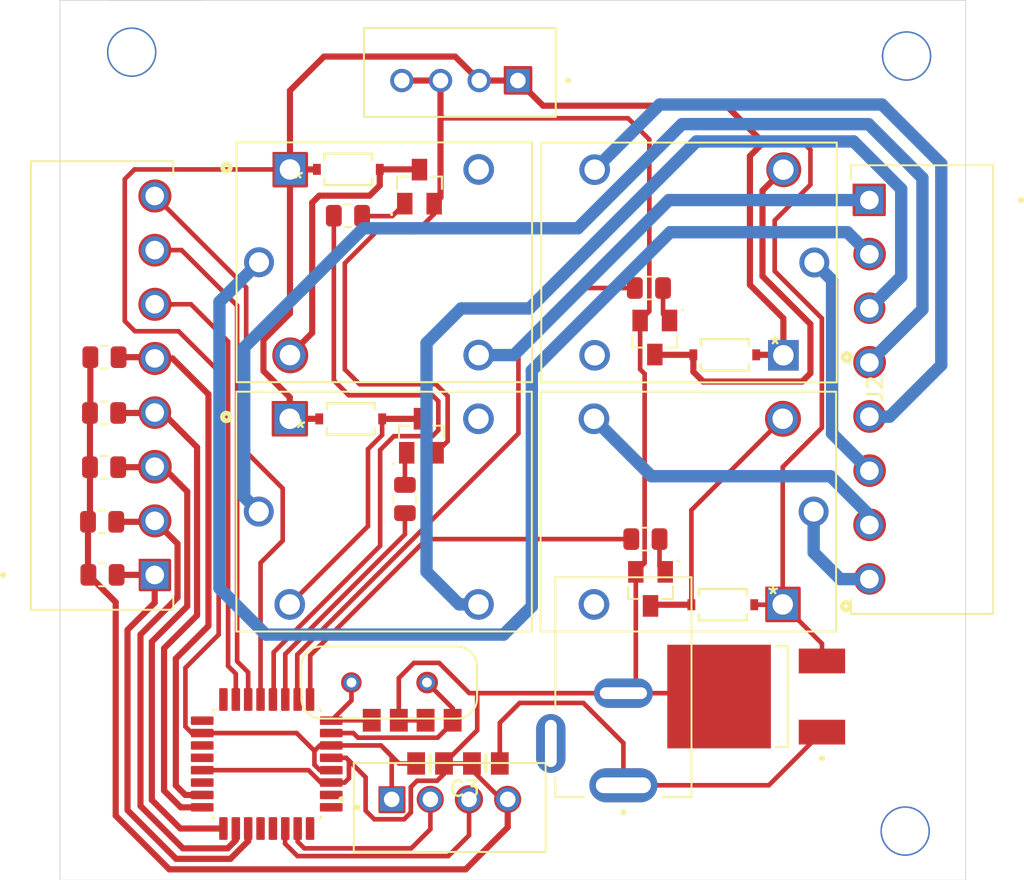
<source format=kicad_pcb>
(kicad_pcb (version 20241229) (generator "pcbnew") (generator_version "9.0")
  (layers (0 "F.Cu" signal) (2 "B.Cu" signal) (13 "F.Paste" user) (15 "B.Paste" user) (5 "F.SilkS" user "F.Silkscreen") (7 "B.SilkS" user "B.Silkscreen") (1 "F.Mask" user) (3 "B.Mask" user) (25 "Edge.Cuts" user))
  (net 0 "")
  (net 1 "GND")
  (net 2 "pb6")
  (net 3 "pb7")
  (net 4 "Net-(U2-IN)")
  (net 5 "5V")
  (net 7 "Net-(Q2-B)")
  (net 8 "Net-(D1-A)")
  (net 9 "Net-(Q3-B)")
  (net 10 "Net-(D2-A)")
  (net 11 "Net-(D3-A)")
  (net 12 "Net-(Q4-B)")
  (net 13 "Net-(D4-A)")
  (net 14 "Net-(Q5-B)")
  (net 15 "OUT1")
  (net 16 "ADC0")
  (net 17 "ADC1")
  (net 18 "ADC2")
  (net 19 "ADC3")
  (net 20 "ADC4")
  (net 21 "OUT2")
  (net 22 "OUT3")
  (net 23 "OUT4")
  (net 25 "COM1")
  (net 26 "RNO1")
  (net 27 "COM2")
  (net 30 "RNO2")
  (net 31 "RNO3")
  (net 34 "COM3")
  (net 41 "RNO4")
  (net 42 "COM4")
  (net 44 "IN3")
  (net 46 "USART_TX")
  (net 48 "IN1")
  (net 49 "USART_RX")
  (net 50 "IN2")
  (footprint "SRD-05VDC-SL-C:RELAY_SRD-05VDC-SL-C" (layer "F.Cu") (at 78.8162 77.7494)
    (property "Reference" "RELAY2" (hide yes))
    (property "Value" "SRD-05VDC-SL-C")
  )
  (footprint "Resistor_SMD:R_0805_2012Metric" (layer "F.Cu") (at 60.6142 81.8388 180)
    (property "Reference" "R2" (hide yes))
    (property "Value" "1K")
  )
  (footprint "terminal_block_90deg:TE_284512-8" (layer "F.Cu") (at 110.1852 69.863 -90)
    (property "Reference" "J2")
    (property "Value" "284512-8")
  )
  (footprint "JST_CONNECTOR:JST_B4B-XH-A_LF__SN_" (layer "F.Cu") (at 83.058 96.8756 180)
    (property "Reference" "USART2" (hide yes))
    (property "Value" "Conn_01x04_Socket")
  )
  (footprint "TAJR106K006RNJ:CAPC2012X140N" (layer "F.Cu") (at 81.788 94.0308)
    (property "Reference" "C4" (hide yes))
    (property "Value" "10uf")
  )
  (footprint "Resistor_SMD:R_0805_2012Metric" (layer "F.Cu") (at 95.9358 63.2968)
    (property "Reference" "R8" (hide yes))
    (property "Value" "10K")
  )
  (footprint "Resistor_SMD:R_0805_2012Metric" (layer "F.Cu") (at 60.7412 67.7672 180)
    (property "Reference" "R6" (hide yes))
    (property "Value" "1K")
  )
  (footprint "Resistor_SMD:R_0805_2012Metric" (layer "F.Cu") (at 60.5888 78.4098 180)
    (property "Reference" "R3" (hide yes))
    (property "Value" "1K")
  )
  (footprint "ATMEGA328P-AU:QFP80P900X900X120-32N" (layer "F.Cu") (at 71.2298 94.0652 180)
    (property "Reference" "U1" (hide yes))
    (property "Value" "ATMEGA328P-AU")
  )
  (footprint "S9013:SOT95P240X120-3N" (layer "F.Cu") (at 96.3168 66.4972 180)
    (property "Reference" "Q4" (hide yes))
    (property "Value" "S9013")
  )
  (footprint "EJ508A:MPD_EJ508A" (layer "F.Cu") (at 94.2848 92.7354 180)
    (property "Reference" "J1" (hide yes))
    (property "Value" "EJ508A")
  )
  (footprint "SRD-05VDC-SL-C:RELAY_SRD-05VDC-SL-C" (layer "F.Cu") (at 98.4835 77.7494 180)
    (property "Reference" "RELAY4" (hide yes))
    (property "Value" "SRD-05VDC-SL-C")
  )
  (footprint "1N4148W-TP:SOD123" (layer "F.Cu") (at 100.838 67.6148 180)
    (property "Reference" "D3" (hide yes))
    (property "Value" "1N4001/1N4148" (hide yes))
  )
  (footprint "L78M05CDT:VREG_L78M05CDT" (layer "F.Cu") (at 102.87 89.7047 180)
    (property "Reference" "U2" (hide yes))
    (property "Value" "L78M05CDT")
  )
  (footprint "1N4148W-TP:SOD123" (layer "F.Cu") (at 76.5048 55.626)
    (property "Reference" "D1" (hide yes))
    (property "Value" "1N4001/1N4148" (hide yes))
  )
  (footprint "S9013:SOT95P240X120-3N" (layer "F.Cu") (at 81.1022 56.7436)
    (property "Reference" "Q2" (hide yes))
    (property "Value" "S9013")
  )
  (footprint "Resistor_SMD:R_0805_2012Metric" (layer "F.Cu") (at 80.1624 76.9366 90)
    (property "Reference" "R7" (hide yes))
    (property "Value" "10K")
  )
  (footprint "S9013:SOT95P240X120-3N" (layer "F.Cu") (at 96.0374 82.7454 180)
    (property "Reference" "Q5" (hide yes))
    (property "Value" "S9013")
  )
  (footprint "1N4148W-TP:SOD123" (layer "F.Cu") (at 76.6572 71.755)
    (property "Reference" "D2" (hide yes))
    (property "Value" "1N4001/1N4148" (hide yes))
  )
  (footprint "JST_CONNECTOR:JST_B4B-XH-A_LF__SN_" (layer "F.Cu") (at 83.713 49.3606)
    (property "Reference" "SUPPLY1" (hide yes))
    (property "Value" "Conn_01x04_Socket")
  )
  (footprint "Resistor_SMD:R_0805_2012Metric" (layer "F.Cu") (at 60.7158 71.374 180)
    (property "Reference" "R5" (hide yes))
    (property "Value" "1K")
  )
  (footprint "1N4148W-TP:SOD123" (layer "F.Cu") (at 100.711 83.7692 180)
    (property "Reference" "D4" (hide yes))
    (property "Value" "1N4001/1N4148" (hide yes))
  )
  (footprint "SRD-05VDC-SL-C:RELAY_SRD-05VDC-SL-C" (layer "F.Cu") (at 78.8314 61.632)
    (property "Reference" "RELAY1" (hide yes))
    (property "Value" "SRD-05VDC-SL-C")
  )
  (footprint "AC0805KPX7R9BB103:CAPC2012X95N" (layer "F.Cu") (at 78.8924 91.2368 180)
    (property "Reference" "C2" (hide yes))
    (property "Value" "22pf")
  )
  (footprint "Resistor_SMD:R_0805_2012Metric" (layer "F.Cu") (at 60.7158 74.8792 180)
    (property "Reference" "R4" (hide yes))
    (property "Value" "1K")
  )
  (footprint "TAJR106K006RNJ:CAPC2012X140N" (layer "F.Cu") (at 85.3948 94.0308 180)
    (property "Reference" "C3")
    (property "Value" "100uf")
  )
  (footprint "SRD-05VDC-SL-C:RELAY_SRD-05VDC-SL-C" (layer "F.Cu") (at 98.5266 61.6458 180)
    (property "Reference" "RELAY3" (hide yes))
    (property "Value" "SRD-05VDC-SL-C")
  )
  (footprint "Resistor_SMD:R_0805_2012Metric" (layer "F.Cu") (at 95.7072 79.5274)
    (property "Reference" "R9" (hide yes))
    (property "Value" "10K")
  )
  (footprint "Resistor_SMD:R_0805_2012Metric" (layer "F.Cu") (at 76.4794 58.6232)
    (property "Reference" "R1" (hide yes))
    (property "Value" "10K")
  )
  (footprint "AC0805KPX7R9BB103:CAPC2012X95N" (layer "F.Cu") (at 82.3722 91.2368)
    (property "Reference" "C1" (hide yes))
    (property "Value" "22pf" (hide yes))
  )
  (footprint "S9013:SOT95P240X120-3N" (layer "F.Cu") (at 81.2292 72.8472)
    (property "Reference" "Q3" (hide yes))
    (property "Value" "S9013")
  )
  (footprint "ECS-160-S-4X:XTAL_ECS-160-S-4X" (layer "F.Cu") (at 79.1464 88.7984)
    (property "Reference" "Y1" (hide yes))
    (property "Value" "Crystal")
  )
  (footprint "terminal_block_90deg:TE_284512-8" (layer "F.Cu") (at 63.9877 69.596 90)
    (property "Reference" "J3" (hide yes))
    (property "Value" "284512-8")
  )
  (gr_circle (center 86.8 96.35) (end 87.35 96.9) (stroke (width 0.2)) (fill no) (layer "F.Cu") (net 1))
  (gr_rect (start 78.55 95.6) (end 80.1 97.15) (stroke (width 0.2)) (fill no) (layer "F.Cu") (net 5))
  (gr_circle (center 64 64.35) (end 64.8 64.9) (stroke (width 0.2)) (fill no) (layer "F.Cu") (net 48))
  (gr_circle (center 104.65 55.65) (end 105.3 56.45) (stroke (width 0.2)) (fill no) (layer "F.Cu") (net 11))
  (gr_circle (center 104.6 71.75) (end 105.3 72.55) (stroke (width 0.2)) (fill no) (layer "F.Cu") (net 13))
  (gr_circle (center 110.2 68.1) (end 110.8 68.85) (stroke (width 0.2)) (fill no) (layer "F.Cu") (net 27))
  (gr_circle (center 110.2 71.6) (end 110.8 72.35) (stroke (width 0.2)) (fill no) (layer "F.Cu") (net 31))
  (gr_circle (center 76.7 88.8) (end 77.1 89.2) (stroke (width 0.2)) (fill no) (layer "F.Cu") (net 3))
  (gr_rect (start 86.65 49.05) (end 88.3 50.7) (stroke (width 0.2)) (fill no) (layer "F.Cu") (net 5))
  (gr_circle (center 64 74.85) (end 64.7 75.55) (stroke (width 0.2)) (fill no) (layer "F.Cu") (net 18))
  (gr_circle (center 110.2 61.1) (end 110.85 61.8) (stroke (width 0.2)) (fill no) (layer "F.Cu") (net 25))
  (gr_circle (center 110.2 64.6) (end 110.8 65.3) (stroke (width 0.2)) (fill no) (layer "F.Cu") (net 30))
  (gr_circle (center 81.8 96.35) (end 82.35 96.9) (stroke (width 0.2)) (fill no) (layer "F.Cu") (net 46))
  (gr_rect (start 103.55 82.7) (end 105.65 84.8) (stroke (width 0.2)) (fill no) (layer "F.Cu") (net 5))
  (gr_circle (center 64 60.85) (end 64.75 61.45) (stroke (width 0.2)) (fill no) (layer "F.Cu") (net 50))
  (gr_circle (center 81.6 88.8) (end 82.05 89.2) (stroke (width 0.2)) (fill no) (layer "F.Cu") (net 2))
  (gr_circle (center 64 67.85) (end 64.8 68.4) (stroke (width 0.2)) (fill no) (layer "F.Cu") (net 20))
  (gr_circle (center 84.3 96.35) (end 84.9 96.9) (stroke (width 0.2)) (fill no) (layer "F.Cu") (net 49))
  (gr_circle (center 64 78.35) (end 64.8 78.9) (stroke (width 0.2)) (fill no) (layer "F.Cu") (net 17))
  (gr_rect (start 63.05 80.9) (end 64.95 82.8) (stroke (width 0.2)) (fill no) (layer "F.Cu") (net 16))
  (gr_rect (start 71.65 70.7) (end 73.8 72.8) (stroke (width 0.2)) (fill no) (layer "F.Cu") (net 5))
  (gr_circle (center 64 71.35) (end 64.65 72.05) (stroke (width 0.2)) (fill no) (layer "F.Cu") (net 19))
  (gr_rect (start 71.7 54.6) (end 73.8 56.7) (stroke (width 0.2)) (fill no) (layer "F.Cu") (net 5))
  (gr_circle (center 110.2 78.6) (end 110.8 79.35) (stroke (width 0.2)) (fill no) (layer "F.Cu") (net 41))
  (gr_circle (center 72.75 67.65) (end 73.45 68.45) (stroke (width 0.2)) (fill no) (layer "F.Cu") (net 8))
  (gr_circle (center 64 57.35) (end 64.8 57.9) (stroke (width 0.2)) (fill no) (layer "F.Cu") (net 44))
  (gr_circle (center 110.2 75.1) (end 110.85 75.8) (stroke (width 0.2)) (fill no) (layer "F.Cu") (net 34))
  (gr_circle (center 110.2 82.1) (end 110.8 82.8) (stroke (width 0.2)) (fill no) (layer "F.Cu") (net 42))
  (gr_rect (start 109.2 56.65) (end 111.15 58.55) (stroke (width 0.2)) (fill no) (layer "F.Cu") (net 26))
  (gr_line (start 61.087 44.704) (end 67.1322 44.704) (stroke (width 0.05)) (layer "Edge.Cuts"))
  (gr_rect (start 57.8629 44.704) (end 116.4099 101.5746) (stroke (width 0.05)) (fill no) (layer "Edge.Cuts"))
  (via (at 112.589114 48.3) (size 3.2) (drill 3) (layers "F.Cu" "B.Cu") (net 0))
  (via (at 112.5 98.4) (size 3.2) (drill 3) (layers "F.Cu" "B.Cu") (net 0))
  (via (at 62.5 48.05) (size 3.2) (drill 3) (layers "F.Cu" "B.Cu") (net 0))
  (segment (start 84.836 89.4854) (end 84.3292 89.4854) (width 0.3) (layer "F.Cu") (net 1))
  (segment (start 79.963 49.8856) (end 82.463 49.8856) (width 0.4) (layer "F.Cu") (net 1))
  (segment (start 80.1116 97.6376) (end 78.1812 97.6376) (width 0.3) (layer "F.Cu") (net 1))
  (segment (start 94.2848 89.4854) (end 84.836 89.4854) (width 0.3) (layer "F.Cu") (net 1))
  (segment (start 82.6662 52.324) (end 82.463 52.1208) (width 0.3) (layer "F.Cu") (net 1))
  (segment (start 73.931778 94.4652) (end 74.731778 95.2652) (width 0.3) (layer "F.Cu") (net 1))
  (segment (start 59.7017 81.8388) (end 61.468 83.6051) (width 0.4) (layer "F.Cu") (net 1))
  (segment (start 79.7674 88.5076) (end 79.7674 91.2368) (width 0.3) (layer "F.Cu") (net 1))
  (segment (start 82.688 94.0308) (end 84.4948 94.0308) (width 0.3) (layer "F.Cu") (net 1))
  (segment (start 76.5428 94.986) (end 76.2636 95.2652) (width 0.3) (layer "F.Cu") (net 1))
  (segment (start 61.468 83.6051) (end 61.468 97.409) (width 0.4) (layer "F.Cu") (net 1))
  (segment (start 59.8033 74.8792) (end 59.8033 78.2828) (width 0.4) (layer "F.Cu") (net 1))
  (segment (start 80.5434 97.2058) (end 80.1116 97.6376) (width 0.3) (layer "F.Cu") (net 1))
  (segment (start 77.6224 94.9226) (end 76.5428 93.843) (width 0.3) (layer "F.Cu") (net 1))
  (segment (start 86.3938 96.3506) (end 84.4948 94.4516) (width 0.3) (layer "F.Cu") (net 1))
  (segment (start 95.3668 65.3972) (end 95.3668 68.5492) (width 0.3) (layer "F.Cu") (net 1))
  (segment (start 100.2507 89.4854) (end 100.47 89.7047) (width 0.3) (layer "F.Cu") (net 1))
  (segment (start 84.4948 94.4516) (end 84.4948 94.0308) (width 0.3) (layer "F.Cu") (net 1))
  (segment (start 95.9612 53.6956) (end 94.5896 52.324) (width 0.3) (layer "F.Cu") (net 1))
  (segment (start 79.7674 91.2368) (end 81.4972 91.2368) (width 0.3) (layer "F.Cu") (net 1))
  (segment (start 77.2414 69.5198) (end 76.2762 68.5546) (width 0.3) (layer "F.Cu") (net 1))
  (segment (start 82.1792 73.9472) (end 82.924 73.2024) (width 0.3) (layer "F.Cu") (net 1))
  (segment (start 82.463 57.4328) (end 82.0522 57.8436) (width 0.4) (layer "F.Cu") (net 1))
  (segment (start 61.468 97.409) (end 64.9326 100.8736) (width 0.4) (layer "F.Cu") (net 1))
  (segment (start 82.463 52.1208) (end 82.463 57.4328) (width 0.4) (layer "F.Cu") (net 1))
  (segment (start 59.8287 71.3486) (end 59.8033 71.374) (width 0.4) (layer "F.Cu") (net 1))
  (segment (start 82.463 49.8856) (end 82.463 52.1208) (width 0.4) (layer "F.Cu") (net 1))
  (segment (start 64.9326 100.8736) (end 84.0892 100.8736) (width 0.4) (layer "F.Cu") (net 1))
  (segment (start 84.3292 89.4854) (end 82.3722 87.5284) (width 0.3) (layer "F.Cu") (net 1))
  (segment (start 94.5896 52.324) (end 82.6662 52.324) (width 0.3) (layer "F.Cu") (net 1))
  (segment (start 78.2828 59.69) (end 80.8736 59.69) (width 0.3) (layer "F.Cu") (net 1))
  (segment (start 80.7466 87.5284) (end 79.7674 88.5076) (width 0.3) (layer "F.Cu") (net 1))
  (segment (start 77.6224 97.0788) (end 77.6224 94.9226) (width 0.3) (layer "F.Cu") (net 1))
  (segment (start 80.5434 95.5548) (end 80.5434 97.2058) (width 0.3) (layer "F.Cu") (net 1))
  (segment (start 82.2452 95.1484) (end 80.9498 95.1484) (width 0.3) (layer "F.Cu") (net 1))
  (segment (start 67.0598 94.4652) (end 73.931778 94.4652) (width 0.3) (layer "F.Cu") (net 1))
  (segment (start 94.2848 89.4854) (end 94.2848 89.4588) (width 0.3) (layer "F.Cu") (net 1))
  (segment (start 95.6582 68.8406) (end 95.6582 81.0746) (width 0.3) (layer "F.Cu") (net 1))
  (segment (start 82.0522 58.5114) (end 82.0522 57.8436) (width 0.3) (layer "F.Cu") (net 1))
  (segment (start 80.8736 59.69) (end 82.0522 58.5114) (width 0.3) (layer "F.Cu") (net 1))
  (segment (start 59.8033 71.374) (end 59.8033 74.8792) (width 0.4) (layer "F.Cu") (net 1))
  (segment (start 82.169 69.5198) (end 77.2414 69.5198) (width 0.3) (layer "F.Cu") (net 1))
  (segment (start 80.9498 95.1484) (end 80.5434 95.5548) (width 0.3) (layer "F.Cu") (net 1))
  (segment (start 59.6763 81.8134) (end 59.7017 81.8388) (width 0.4) (layer "F.Cu") (net 1))
  (segment (start 82.688 94.0308) (end 82.688 94.7056) (width 0.3) (layer "F.Cu") (net 1))
  (segment (start 95.3668 65.3972) (end 95.9612 64.8028) (width 0.3) (layer "F.Cu") (net 1))
  (segment (start 82.924 70.2748) (end 82.169 69.5198) (width 0.3) (layer "F.Cu") (net 1))
  (segment (start 86.808 96.3506) (end 86.3938 96.3506) (width 0.3) (layer "F.Cu") (net 1))
  (segment (start 82.06 57.8358) (end 82.0522 57.8436) (width 0.3) (layer "F.Cu") (net 1))
  (segment (start 82.924 73.2024) (end 82.924 70.2748) (width 0.3) (layer "F.Cu") (net 1))
  (segment (start 75.3998 93.6652) (end 76.365 93.6652) (width 0.3) (layer "F.Cu") (net 1))
  (segment (start 94.2848 89.4854) (end 100.2507 89.4854) (width 0.3) (layer "F.Cu") (net 1))
  (segment (start 74.731778 95.2652) (end 75.3998 95.2652) (width 0.3) (layer "F.Cu") (net 1))
  (segment (start 59.8033 78.2828) (end 59.6763 78.4098) (width 0.4) (layer "F.Cu") (net 1))
  (segment (start 82.688 94.0308) (end 84.836 91.8828) (width 0.3) (layer "F.Cu") (net 1))
  (segment (start 82.688 94.7056) (end 82.2452 95.1484) (width 0.3) (layer "F.Cu") (net 1))
  (segment (start 76.365 93.6652) (end 76.5428 93.843) (width 0.3) (layer "F.Cu") (net 1))
  (segment (start 95.0874 82.2858) (end 95.0874 81.6454) (width 0.3) (layer "F.Cu") (net 1))
  (segment (start 82.3722 87.5284) (end 80.7466 87.5284) (width 0.3) (layer "F.Cu") (net 1))
  (segment (start 59.6763 78.4098) (end 59.6763 81.8134) (width 0.4) (layer "F.Cu") (net 1))
  (segment (start 84.836 91.8828) (end 84.836 89.4854) (width 0.3) (layer "F.Cu") (net 1))
  (segment (start 76.2636 95.2652) (end 75.3998 95.2652) (width 0.3) (layer "F.Cu") (net 1))
  (segment (start 95.0874 88.6562) (end 95.0874 81.6454) (width 0.3) (layer "F.Cu") (net 1))
  (segment (start 95.9612 64.8028) (end 95.9612 53.6956) (width 0.3) (layer "F.Cu") (net 1))
  (segment (start 95.3668 68.5492) (end 95.6582 68.8406) (width 0.3) (layer "F.Cu") (net 1))
  (segment (start 76.2762 61.6966) (end 78.2828 59.69) (width 0.3) (layer "F.Cu") (net 1))
  (segment (start 76.2762 68.5546) (end 76.2762 61.6966) (width 0.3) (layer "F.Cu") (net 1))
  (segment (start 59.8287 67.7672) (end 59.8287 71.3486) (width 0.4) (layer "F.Cu") (net 1))
  (segment (start 95.6582 81.0746) (end 95.0874 81.6454) (width 0.3) (layer "F.Cu") (net 1))
  (segment (start 76.5428 93.843) (end 76.5428 94.4118) (width 0.3) (layer "F.Cu") (net 1))
  (segment (start 86.808 98.1548) (end 86.808 96.3506) (width 0.4) (layer "F.Cu") (net 1))
  (segment (start 100.7884 89.4854) (end 101.0666 89.7636) (width 0.3) (layer "F.Cu") (net 1))
  (segment (start 76.5428 94.4118) (end 76.5428 94.986) (width 0.3) (layer "F.Cu") (net 1))
  (segment (start 78.1812 97.6376) (end 77.6224 97.0788) (width 0.3) (layer "F.Cu") (net 1))
  (segment (start 84.0892 100.8736) (end 86.808 98.1548) (width 0.4) (layer "F.Cu") (net 1))
  (segment (start 94.2848 89.4588) (end 95.0874 88.6562) (width 0.3) (layer "F.Cu") (net 1))
  (segment (start 76.8288 92.0652) (end 77.1278 92.3642) (width 0.3) (layer "F.Cu") (net 2))
  (segment (start 81.5864 88.7984) (end 83.2472 90.4592) (width 0.3) (layer "F.Cu") (net 2))
  (segment (start 77.1278 92.3642) (end 82.2748 92.3642) (width 0.3) (layer "F.Cu") (net 2))
  (segment (start 75.3998 92.0652) (end 76.8288 92.0652) (width 0.3) (layer "F.Cu") (net 2))
  (segment (start 82.2748 92.3642) (end 83.2472 91.3918) (width 0.3) (layer "F.Cu") (net 2))
  (segment (start 83.2472 90.4592) (end 83.2472 91.2368) (width 0.3) (layer "F.Cu") (net 2))
  (segment (start 83.2472 91.3918) (end 83.2472 91.2368) (width 0.3) (layer "F.Cu") (net 2))
  (segment (start 76.7064 88.7984) (end 76.7064 89.9586) (width 0.3) (layer "F.Cu") (net 3))
  (segment (start 76.7064 89.9586) (end 75.3998 91.2652) (width 0.3) (layer "F.Cu") (net 3))
  (segment (start 78.0174 91.2368) (end 75.4282 91.2368) (width 0.3) (layer "F.Cu") (net 3))
  (segment (start 75.4282 91.2368) (end 75.3998 91.2652) (width 0.3) (layer "F.Cu") (net 3))
  (segment (start 86.2948 94.0308) (end 86.2948 91.4036) (width 0.3) (layer "F.Cu") (net 4))
  (segment (start 91.694 90.1192) (end 94.2848 92.71) (width 0.3) (layer "F.Cu") (net 4))
  (segment (start 94.2848 92.71) (end 94.2848 95.4404) (width 0.3) (layer "F.Cu") (net 4))
  (segment (start 86.2948 91.4036) (end 87.5792 90.1192) (width 0.3) (layer "F.Cu") (net 4))
  (segment (start 103.6843 95.4404) (end 94.2848 95.4404) (width 0.3) (layer "F.Cu") (net 4))
  (segment (start 87.5792 90.1192) (end 91.694 90.1192) (width 0.3) (layer "F.Cu") (net 4))
  (segment (start 107.12 92.0047) (end 103.6843 95.4404) (width 0.3) (layer "F.Cu") (net 4))
  (segment (start 100.9396 51.5112) (end 103.3272 53.8988) (width 0.4) (layer "F.Cu") (net 5))
  (segment (start 62.0522 56.261) (end 62.6812 55.632) (width 0.3) (layer "F.Cu") (net 5))
  (segment (start 104.5956 67.6148) (end 104.6266 67.6458) (width 0.4) (layer "F.Cu") (net 5))
  (segment (start 87.463 49.8856) (end 89.0886 51.5112) (width 0.4) (layer "F.Cu") (net 5))
  (segment (start 66.391778 92.0652) (end 65.9738 91.647222) (width 0.3) (layer "F.Cu") (net 5))
  (segment (start 104.5835 83.7494) (end 107.12 86.2859) (width 0.3) (layer "F.Cu") (net 5))
  (segment (start 104.5835 83.7494) (end 104.5835 74.8675) (width 0.3) (layer "F.Cu") (net 5))
  (segment (start 62.7126 66.0908) (end 62.0522 65.4304) (width 0.3) (layer "F.Cu") (net 5))
  (segment (start 73.1628 92.0652) (end 74.3138 93.2162) (width 0.3) (layer "F.Cu") (net 5))
  (segment (start 72.7162 71.7494) (end 74.6196 71.7494) (width 0.4) (layer "F.Cu") (net 5))
  (segment (start 74.4668 55.632) (end 74.4728 55.626) (width 0.4) (layer "F.Cu") (net 5))
  (segment (start 79.308 93.5602) (end 78.9037 93.1559) (width 0.3) (layer "F.Cu") (net 5))
  (segment (start 106.3752 56.6166) (end 106.3752 54.356) (width 0.3) (layer "F.Cu") (net 5))
  (segment (start 102.743 83.7692) (end 104.5637 83.7692) (width 0.3) (layer "F.Cu") (net 5))
  (segment (start 72.7202 70.358) (end 72.7162 70.362) (width 0.4) (layer "F.Cu") (net 5))
  (segment (start 72.7162 70.362) (end 72.7162 71.7494) (width 0.4) (layer "F.Cu") (net 5))
  (segment (start 104.5835 74.8675) (end 107.1118 72.3392) (width 0.3) (layer "F.Cu") (net 5))
  (segment (start 62.0522 65.4304) (end 62.0522 56.261) (width 0.3) (layer "F.Cu") (net 5))
  (segment (start 107.1118 72.3392) (end 107.1118 65.2526) (width 0.3) (layer "F.Cu") (net 5))
  (segment (start 105.918 53.8988) (end 103.3272 53.8988) (width 0.3) (layer "F.Cu") (net 5))
  (segment (start 72.7314 55.632) (end 72.7314 64.9366) (width 0.4) (layer "F.Cu") (net 5))
  (segment (start 102.4636 63.0936) (end 104.6266 65.2566) (width 0.4) (layer "F.Cu") (net 5))
  (segment (start 84.963 49.8856) (end 87.463 49.8856) (width 0.4) (layer "F.Cu") (net 5))
  (segment (start 102.4636 54.7624) (end 102.4636 63.0936) (width 0.4) (layer "F.Cu") (net 5))
  (segment (start 62.6812 55.632) (end 72.7314 55.632) (width 0.3) (layer "F.Cu") (net 5))
  (segment (start 71.0184 68.6562) (end 72.7202 70.358) (width 0.4) (layer "F.Cu") (net 5))
  (segment (start 72.7314 55.632) (end 74.4668 55.632) (width 0.4) (layer "F.Cu") (net 5))
  (segment (start 68.1228 85.6996) (end 68.1228 68.6816) (width 0.3) (layer "F.Cu") (net 5))
  (segment (start 102.87 67.6148) (end 104.5956 67.6148) (width 0.4) (layer "F.Cu") (net 5))
  (segment (start 74.6648 94.4652) (end 75.3998 94.4652) (width 0.3) (layer "F.Cu") (net 5))
  (segment (start 79.308 96.3506) (end 79.308 93.5602) (width 0.3) (layer "F.Cu") (net 5))
  (segment (start 68.1228 68.6816) (end 65.532 66.0908) (width 0.3) (layer "F.Cu") (net 5))
  (segment (start 65.532 66.0908) (end 62.7126 66.0908) (width 0.3) (layer "F.Cu") (net 5))
  (segment (start 67.0598 92.0652) (end 66.391778 92.0652) (width 0.3) (layer "F.Cu") (net 5))
  (segment (start 79.7786 94.0308) (end 78.9037 93.1559) (width 0.3) (layer "F.Cu") (net 5))
  (segment (start 74.6648 92.8652) (end 74.3138 93.2162) (width 0.3) (layer "F.Cu") (net 5))
  (segment (start 104.5835 83.7494) (end 103.9114 83.0773) (width 0.4) (layer "F.Cu") (net 5))
  (segment (start 103.3272 53.8988) (end 102.8446 54.3814) (width 0.4) (layer "F.Cu") (net 5))
  (segment (start 72.7314 64.9366) (end 71.0184 66.6496) (width 0.4) (layer "F.Cu") (net 5))
  (segment (start 74.3138 93.2162) (end 74.3138 94.1142) (width 0.3) (layer "F.Cu") (net 5))
  (segment (start 107.1118 65.2526) (end 104.0638 62.2046) (width 0.3) (layer "F.Cu") (net 5))
  (segment (start 74.93 48.3362) (end 83.4136 48.3362) (width 0.4) (layer "F.Cu") (net 5))
  (segment (start 83.4136 48.3362) (end 84.963 49.8856) (width 0.4) (layer "F.Cu") (net 5))
  (segment (start 102.8446 54.3814) (end 102.4636 54.7624) (width 0.4) (layer "F.Cu") (net 5))
  (segment (start 107.12 86.2859) (end 107.12 87.4047) (width 0.3) (layer "F.Cu") (net 5))
  (segment (start 80.888 94.0308) (end 79.7786 94.0308) (width 0.3) (layer "F.Cu") (net 5))
  (segment (start 75.3998 92.8652) (end 74.6648 92.8652) (width 0.3) (layer "F.Cu") (net 5))
  (segment (start 65.9738 87.8486) (end 68.1228 85.6996) (width 0.3) (layer "F.Cu") (net 5))
  (segment (start 74.3138 94.1142) (end 74.6648 94.4652) (width 0.3) (layer "F.Cu") (net 5))
  (segment (start 78.9037 93.1559) (end 78.613 92.8652) (width 0.3) (layer "F.Cu") (net 5))
  (segment (start 104.0638 62.2046) (end 104.0638 58.928) (width 0.3) (layer "F.Cu") (net 5))
  (segment (start 74.6196 71.7494) (end 74.6252 71.755) (width 0.4) (layer "F.Cu") (net 5))
  (segment (start 71.0184 66.6496) (end 71.0184 68.6562) (width 0.4) (layer "F.Cu") (net 5))
  (segment (start 78.613 92.8652) (end 75.3998 92.8652) (width 0.3) (layer "F.Cu") (net 5))
  (segment (start 67.0598 92.0652) (end 73.1628 92.0652) (width 0.3) (layer "F.Cu") (net 5))
  (segment (start 106.3752 54.356) (end 105.918 53.8988) (width 0.3) (layer "F.Cu") (net 5))
  (segment (start 104.6266 65.2566) (end 104.6266 67.6458) (width 0.4) (layer "F.Cu") (net 5))
  (segment (start 65.9738 91.647222) (end 65.9738 87.8486) (width 0.3) (layer "F.Cu") (net 5))
  (segment (start 104.0638 58.928) (end 106.3752 56.6166) (width 0.3) (layer "F.Cu") (net 5))
  (segment (start 104.5637 83.7692) (end 104.5835 83.7494) (width 0.3) (layer "F.Cu") (net 5))
  (segment (start 72.7314 50.5348) (end 74.93 48.3362) (width 0.4) (layer "F.Cu") (net 5))
  (segment (start 72.7314 55.632) (end 72.7314 50.5348) (width 0.4) (layer "F.Cu") (net 5))
  (segment (start 89.0886 51.5112) (end 100.9396 51.5112) (width 0.4) (layer "F.Cu") (net 5))
  (segment (start 80.0838 57.912) (end 80.1522 57.8436) (width 0.4) (layer "F.Cu") (net 7))
  (segment (start 77.3665 58.6486) (end 79.3472 58.6486) (width 0.3) (layer "F.Cu") (net 7))
  (segment (start 79.3472 58.6486) (end 80.1522 57.8436) (width 0.3) (layer "F.Cu") (net 7))
  (segment (start 77.8764 57.3278) (end 74.6222 57.3278) (width 0.4) (layer "F.Cu") (net 8))
  (segment (start 74.168 57.782) (end 74.168 66.1954) (width 0.4) (layer "F.Cu") (net 8))
  (segment (start 81.069 55.626) (end 81.1022 55.5928) (width 0.4) (layer "F.Cu") (net 8))
  (segment (start 78.5368 55.626) (end 78.5368 56.6674) (width 0.4) (layer "F.Cu") (net 8))
  (segment (start 74.168 66.1954) (end 72.7314 67.632) (width 0.4) (layer "F.Cu") (net 8))
  (segment (start 78.5368 56.6674) (end 77.8764 57.3278) (width 0.4) (layer "F.Cu") (net 8))
  (segment (start 78.5368 55.626) (end 81.069 55.626) (width 0.4) (layer "F.Cu") (net 8))
  (segment (start 74.6222 57.3278) (end 74.168 57.782) (width 0.4) (layer "F.Cu") (net 8))
  (segment (start 80.1624 74.064) (end 80.2792 73.9472) (width 0.3) (layer "F.Cu") (net 9))
  (segment (start 80.2714 73.9394) (end 80.2792 73.9472) (width 0.4) (layer "F.Cu") (net 9))
  (segment (start 80.1092 74.1172) (end 80.2792 73.9472) (width 0.4) (layer "F.Cu") (net 9))
  (segment (start 80.1624 76.0241) (end 80.1624 74.064) (width 0.3) (layer "F.Cu") (net 9))
  (segment (start 77.7748 78.6908) (end 77.7748 73.7108) (width 0.3) (layer "F.Cu") (net 10))
  (segment (start 77.7748 73.7108) (end 78.6892 72.7964) (width 0.3) (layer "F.Cu") (net 10))
  (segment (start 78.6892 71.755) (end 81.2214 71.755) (width 0.4) (layer "F.Cu") (net 10))
  (segment (start 78.6892 72.7964) (end 78.6892 71.755) (width 0.3) (layer "F.Cu") (net 10))
  (segment (start 72.7162 83.7494) (end 77.7748 78.6908) (width 0.3) (layer "F.Cu") (net 10))
  (segment (start 81.2214 71.755) (end 81.2292 71.7472) (width 0.4) (layer "F.Cu") (net 10))
  (segment (start 106.3752 68.8086) (end 105.8418 69.342) (width 0.4) (layer "F.Cu") (net 11))
  (segment (start 103.2764 56.996) (end 103.2764 62.5348) (width 0.4) (layer "F.Cu") (net 11))
  (segment (start 98.806 68.707) (end 98.806 67.6148) (width 0.4) (layer "F.Cu") (net 11))
  (segment (start 104.5956 55.6768) (end 104.6266 55.6458) (width 0.4) (layer "F.Cu") (net 11))
  (segment (start 104.6266 55.6458) (end 103.2764 56.996) (width 0.4) (layer "F.Cu") (net 11))
  (segment (start 99.441 69.342) (end 98.806 68.707) (width 0.4) (layer "F.Cu") (net 11))
  (segment (start 98.806 67.6148) (end 96.393 67.6148) (width 0.4) (layer "F.Cu") (net 11))
  (segment (start 105.8418 69.342) (end 99.441 69.342) (width 0.4) (layer "F.Cu") (net 11))
  (segment (start 103.2764 62.5348) (end 106.3752 65.6336) (width 0.4) (layer "F.Cu") (net 11))
  (segment (start 106.3752 65.6336) (end 106.3752 68.8086) (width 0.4) (layer "F.Cu") (net 11))
  (segment (start 96.393 67.6148) (end 96.3168 67.691) (width 0.4) (layer "F.Cu") (net 11))
  (segment (start 97.3528 65.405) (end 97.2668 65.491) (width 0.4) (layer "F.Cu") (net 12))
  (segment (start 96.8483 64.9787) (end 97.2668 65.3972) (width 0.3) (layer "F.Cu") (net 12))
  (segment (start 96.8483 63.2968) (end 96.8483 64.9787) (width 0.3) (layer "F.Cu") (net 12))
  (segment (start 104.5835 71.7494) (end 98.679 77.6539) (width 0.3) (layer "F.Cu") (net 13))
  (segment (start 96.1136 83.7692) (end 96.0374 83.8454) (width 0.4) (layer "F.Cu") (net 13))
  (segment (start 98.679 83.7692) (end 96.1136 83.7692) (width 0.4) (layer "F.Cu") (net 13))
  (segment (start 98.679 77.6539) (end 98.679 83.7692) (width 0.3) (layer "F.Cu") (net 13))
  (segment (start 96.6197 79.5274) (end 96.6197 81.2777) (width 0.3) (layer "F.Cu") (net 14))
  (segment (start 96.6197 81.2777) (end 96.9874 81.6454) (width 0.3) (layer "F.Cu") (net 14))
  (segment (start 94.7947 79.5274) (end 81.5594 79.5274) (width 0.3) (layer "F.Cu") (net 15))
  (segment (start 74.041 89.884) (end 74.0298 89.8952) (width 0.3) (layer "F.Cu") (net 15))
  (segment (start 74.041 87.0458) (end 74.041 89.884) (width 0.3) (layer "F.Cu") (net 15))
  (segment (start 81.5594 79.5274) (end 74.041 87.0458) (width 0.3) (layer "F.Cu") (net 15))
  (segment (start 61.5267 81.8388) (end 63.9805 81.8388) (width 0.4) (layer "F.Cu") (net 16))
  (segment (start 63.9877 81.846) (end 63.9877 83.6371) (width 0.4) (layer "F.Cu") (net 16))
  (segment (start 63.9805 81.8388) (end 63.9877 81.846) (width 0.4) (layer "F.Cu") (net 16))
  (segment (start 68.879742 100.1944) (end 70.0298 99.044342) (width 0.4) (layer "F.Cu") (net 16))
  (segment (start 63.9877 81.846) (end 64.6782 82.5365) (width 0.4) (layer "F.Cu") (net 16))
  (segment (start 62.23 97.0534) (end 65.371 100.1944) (width 0.4) (layer "F.Cu") (net 16))
  (segment (start 65.371 100.1944) (end 68.879742 100.1944) (width 0.4) (layer "F.Cu") (net 16))
  (segment (start 70.0298 99.044342) (end 70.0298 98.2352) (width 0.4) (layer "F.Cu") (net 16))
  (segment (start 63.9877 83.6371) (end 62.23 85.3948) (width 0.4) (layer "F.Cu") (net 16))
  (segment (start 62.23 85.3948) (end 62.23 97.0534) (width 0.4) (layer "F.Cu") (net 16))
  (segment (start 65.4644 83.3034) (end 63.0682 85.6996) (width 0.4) (layer "F.Cu") (net 17))
  (segment (start 63.9877 78.346) (end 65.4644 79.8227) (width 0.4) (layer "F.Cu") (net 17))
  (segment (start 65.4644 79.8227) (end 65.4644 83.3034) (width 0.4) (layer "F.Cu") (net 17))
  (segment (start 63.9239 78.4098) (end 63.9877 78.346) (width 0.4) (layer "F.Cu") (net 17))
  (segment (start 69.2298 98.9944) (end 69.2298 98.2352) (width 0.4) (layer "F.Cu") (net 17))
  (segment (start 63.0682 96.774) (end 65.8114 99.5172) (width 0.4) (layer "F.Cu") (net 17))
  (segment (start 68.707 99.5172) (end 69.2298 98.9944) (width 0.4) (layer "F.Cu") (net 17))
  (segment (start 65.8114 99.5172) (end 68.707 99.5172) (width 0.4) (layer "F.Cu") (net 17))
  (segment (start 63.0682 85.6996) (end 63.0682 96.774) (width 0.4) (layer "F.Cu") (net 17))
  (segment (start 61.5013 78.4098) (end 63.9239 78.4098) (width 0.4) (layer "F.Cu") (net 17))
  (segment (start 61.6283 74.8792) (end 63.9545 74.8792) (width 0.4) (layer "F.Cu") (net 18))
  (segment (start 66.0908 83.8708) (end 63.8048 86.1568) (width 0.4) (layer "F.Cu") (net 18))
  (segment (start 63.9545 74.8792) (end 63.9877 74.846) (width 0.4) (layer "F.Cu") (net 18))
  (segment (start 63.8048 96.393) (end 65.647 98.2352) (width 0.4) (layer "F.Cu") (net 18))
  (segment (start 64.484 74.846) (end 66.0908 76.4528) (width 0.4) (layer "F.Cu") (net 18))
  (segment (start 63.8048 86.1568) (end 63.8048 96.393) (width 0.4) (layer "F.Cu") (net 18))
  (segment (start 65.647 98.2352) (end 68.4298 98.2352) (width 0.4) (layer "F.Cu") (net 18))
  (segment (start 63.9877 74.846) (end 64.484 74.846) (width 0.4) (layer "F.Cu") (net 18))
  (segment (start 66.0908 76.4528) (end 66.0908 83.8708) (width 0.4) (layer "F.Cu") (net 18))
  (segment (start 66.7258 73.5878) (end 66.7258 84.455) (width 0.4) (layer "F.Cu") (net 19))
  (segment (start 66.7258 84.455) (end 64.5922 86.5886) (width 0.4) (layer "F.Cu") (net 19))
  (segment (start 61.6283 71.374) (end 63.9597 71.374) (width 0.4) (layer "F.Cu") (net 19))
  (segment (start 64.5922 86.5886) (end 64.5922 95.7834) (width 0.4) (layer "F.Cu") (net 19))
  (segment (start 64.5922 95.7834) (end 65.674 96.8652) (width 0.4) (layer "F.Cu") (net 19))
  (segment (start 63.9597 71.374) (end 63.9877 71.346) (width 0.4) (layer "F.Cu") (net 19))
  (segment (start 63.9877 71.346) (end 64.484 71.346) (width 0.4) (layer "F.Cu") (net 19))
  (segment (start 64.484 71.346) (end 66.7258 73.5878) (width 0.4) (layer "F.Cu") (net 19))
  (segment (start 65.674 96.8652) (end 67.0598 96.8652) (width 0.4) (layer "F.Cu") (net 19))
  (segment (start 65.3542 87.249) (end 65.3542 95.4532) (width 0.4) (layer "F.Cu") (net 20))
  (segment (start 63.9877 67.846) (end 65.1405 67.846) (width 0.4) (layer "F.Cu") (net 20))
  (segment (start 63.9089 67.7672) (end 63.9877 67.846) (width 0.4) (layer "F.Cu") (net 20))
  (segment (start 61.6537 67.7672) (end 63.9089 67.7672) (width 0.4) (layer "F.Cu") (net 20))
  (segment (start 67.4624 85.1408) (end 65.3542 87.249) (width 0.4) (layer "F.Cu") (net 20))
  (segment (start 65.9662 96.0652) (end 67.0598 96.0652) (width 0.4) (layer "F.Cu") (net 20))
  (segment (start 65.3542 95.4532) (end 65.9662 96.0652) (width 0.4) (layer "F.Cu") (net 20))
  (segment (start 65.1405 67.846) (end 67.4624 70.1679) (width 0.4) (layer "F.Cu") (net 20))
  (segment (start 67.4624 70.1679) (end 67.4624 85.1408) (width 0.4) (layer "F.Cu") (net 20))
  (segment (start 73.2028 86.995) (end 87.5 72.6978) (width 0.3) (layer "F.Cu") (net 21))
  (segment (start 87.5 72.6978) (end 87.5 67.5) (width 0.3) (layer "F.Cu") (net 21))
  (segment (start 73.2028 89.8682) (end 73.2028 86.995) (width 0.3) (layer "F.Cu") (net 21))
  (segment (start 73.3538 89.7712) (end 73.2298 89.8952) (width 0.4) (layer "F.Cu") (net 21))
  (segment (start 87.5 67.5) (end 91.7032 63.2968) (width 0.3) (layer "F.Cu") (net 21))
  (segment (start 91.7032 63.2968) (end 95.0233 63.2968) (width 0.3) (layer "F.Cu") (net 21))
  (segment (start 73.2298 89.8952) (end 73.2028 89.8682) (width 0.3) (layer "F.Cu") (net 21))
  (segment (start 72.4298 86.9552) (end 72.4298 89.8952) (width 0.3) (layer "F.Cu") (net 22))
  (segment (start 80.1624 77.8491) (end 80.1624 79.2226) (width 0.3) (layer "F.Cu") (net 22))
  (segment (start 80.1624 79.2226) (end 72.4298 86.9552) (width 0.3) (layer "F.Cu") (net 22))
  (segment (start 75.5669 69.2677) (end 76.5302 70.231) (width 0.3) (layer "F.Cu") (net 23))
  (segment (start 75.5669 58.6232) (end 75.5669 69.2677) (width 0.3) (layer "F.Cu") (net 23))
  (segment (start 71.6788 86.84528) (end 71.6788 89.8462) (width 0.3) (layer "F.Cu") (net 23))
  (segment (start 76.5302 70.231) (end 81.9404 70.231) (width 0.3) (layer "F.Cu") (net 23))
  (segment (start 81.9404 70.231) (end 82.3214 70.612) (width 0.3) (layer "F.Cu") (net 23))
  (segment (start 78.5622 79.96188) (end 71.6788 86.84528) (width 0.3) (layer "F.Cu") (net 23))
  (segment (start 82.3214 72.4916) (end 81.9404 72.8726) (width 0.3) (layer "F.Cu") (net 23))
  (segment (start 79.4518 72.8726) (end 78.5622 73.7622) (width 0.3) (layer "F.Cu") (net 23))
  (segment (start 81.9404 72.8726) (end 79.4518 72.8726) (width 0.3) (layer "F.Cu") (net 23))
  (segment (start 78.5622 73.7622) (end 78.5622 79.96188) (width 0.3) (layer "F.Cu") (net 23))
  (segment (start 71.6788 89.8462) (end 71.6298 89.8952) (width 0.3) (layer "F.Cu") (net 23))
  (segment (start 82.3214 70.612) (end 82.3214 72.4916) (width 0.3) (layer "F.Cu") (net 23))
  (segment (start 68.1736 82.7024) (end 68.1736 64.1898) (width 0.8) (layer "B.Cu") (net 25))
  (segment (start 68.1736 64.1898) (end 70.7314 61.632) (width 0.8) (layer "B.Cu") (net 25))
  (segment (start 71.1708 85.6996) (end 68.1736 82.7024) (width 0.8) (layer "B.Cu") (net 25))
  (segment (start 97.3074 59.69) (end 88.3666 68.6308) (width 0.8) (layer "B.Cu") (net 25))
  (segment (start 110.1852 61.113) (end 108.7622 59.69) (width 0.8) (layer "B.Cu") (net 25))
  (segment (start 108.7622 59.69) (end 97.3074 59.69) (width 0.8) (layer "B.Cu") (net 25))
  (segment (start 88.3666 68.6308) (end 88.3666 83.8708) (width 0.8) (layer "B.Cu") (net 25))
  (segment (start 88.3666 83.8708) (end 86.5378 85.6996) (width 0.8) (layer "B.Cu") (net 25))
  (segment (start 86.5378 85.6996) (end 71.1708 85.6996) (width 0.8) (layer "B.Cu") (net 25))
  (segment (start 97.2254 57.613) (end 87.2064 67.632) (width 0.8) (layer "B.Cu") (net 26))
  (segment (start 110.1852 57.613) (end 97.2254 57.613) (width 0.8) (layer "B.Cu") (net 26))
  (segment (start 87.2064 67.632) (end 84.9314 67.632) (width 0.8) (layer "B.Cu") (net 26))
  (segment (start 110.1852 68.113) (end 113.6142 64.684) (width 0.8) (layer "B.Cu") (net 27))
  (segment (start 98.0694 52.705) (end 91.3384 59.436) (width 0.8) (layer "B.Cu") (net 27))
  (segment (start 113.6142 56.1848) (end 110.1344 52.705) (width 0.8) (layer "B.Cu") (net 27))
  (segment (start 110.1344 52.705) (end 98.0694 52.705) (width 0.8) (layer "B.Cu") (net 27))
  (segment (start 77.47 59.436) (end 69.7738 67.1322) (width 0.8) (layer "B.Cu") (net 27))
  (segment (start 69.7738 67.1322) (end 69.7738 76.807) (width 0.8) (layer "B.Cu") (net 27))
  (segment (start 113.6142 64.684) (end 113.6142 56.1848) (width 0.8) (layer "B.Cu") (net 27))
  (segment (start 91.3384 59.436) (end 77.47 59.436) (width 0.8) (layer "B.Cu") (net 27))
  (segment (start 69.7738 76.807) (end 70.7162 77.7494) (width 0.8) (layer "B.Cu") (net 27))
  (segment (start 99.0092 53.8226) (end 88.2142 64.6176) (width 0.8) (layer "B.Cu") (net 30))
  (segment (start 112.2426 56.896) (end 109.1692 53.8226) (width 0.8) (layer "B.Cu") (net 30))
  (segment (start 81.5594 81.6356) (end 83.6732 83.7494) (width 0.8) (layer "B.Cu") (net 30))
  (segment (start 109.1692 53.8226) (end 99.0092 53.8226) (width 0.8) (layer "B.Cu") (net 30))
  (segment (start 110.1852 64.613) (end 112.2426 62.5556) (width 0.8) (layer "B.Cu") (net 30))
  (segment (start 112.2426 62.5556) (end 112.2426 56.896) (width 0.8) (layer "B.Cu") (net 30))
  (segment (start 88.2142 64.6176) (end 83.7946 64.6176) (width 0.8) (layer "B.Cu") (net 30))
  (segment (start 83.7946 64.6176) (end 81.5594 66.8528) (width 0.8) (layer "B.Cu") (net 30))
  (segment (start 81.5594 66.8528) (end 81.5594 81.6356) (width 0.8) (layer "B.Cu") (net 30))
  (segment (start 83.6732 83.7494) (end 84.9162 83.7494) (width 0.8) (layer "B.Cu") (net 30))
  (segment (start 96.6374 51.435) (end 110.998 51.435) (width 0.8) (layer "B.Cu") (net 31))
  (segment (start 111.4956 71.613) (end 110.1852 71.613) (width 0.8) (layer "B.Cu") (net 31))
  (segment (start 114.8334 68.2752) (end 111.4956 71.613) (width 0.8) (layer "B.Cu") (net 31))
  (segment (start 114.8334 55.2704) (end 114.8334 68.2752) (width 0.8) (layer "B.Cu") (net 31))
  (segment (start 92.4266 55.6458) (end 96.6374 51.435) (width 0.8) (layer "B.Cu") (net 31))
  (segment (start 110.998 51.435) (end 114.8334 55.2704) (width 0.8) (layer "B.Cu") (net 31))
  (segment (start 106.6266 61.6458) (end 107.7722 62.7914) (width 0.8) (layer "B.Cu") (net 34))
  (segment (start 107.7722 62.7914) (end 107.7722 72.7) (width 0.8) (layer "B.Cu") (net 34))
  (segment (start 107.7722 72.7) (end 110.1852 75.113) (width 0.8) (layer "B.Cu") (net 34))
  (segment (start 107.6706 75.4634) (end 96.0975 75.4634) (width 0.8) (layer "B.Cu") (net 41))
  (segment (start 110.1852 77.978) (end 107.6706 75.4634) (width 0.8) (layer "B.Cu") (net 41))
  (segment (start 96.0975 75.4634) (end 92.3835 71.7494) (width 0.8) (layer "B.Cu") (net 41))
  (segment (start 110.1852 78.613) (end 110.1852 77.978) (width 0.8) (layer "B.Cu") (net 41))
  (segment (start 106.5835 80.3961) (end 106.5835 77.7494) (width 0.8) (layer "B.Cu") (net 42))
  (segment (start 110.1852 82.113) (end 108.3004 82.113) (width 0.8) (layer "B.Cu") (net 42))
  (segment (start 108.3004 82.113) (end 106.5835 80.3961) (width 0.8) (layer "B.Cu") (net 42))
  (segment (start 72.263 76.2508) (end 72.263 79.629) (width 0.3) (layer "F.Cu") (net 44))
  (segment (start 69.9008 63.2591) (end 69.9008 73.8886) (width 0.3) (layer "F.Cu") (net 44))
  (segment (start 69.9008 73.8886) (end 72.263 76.2508) (width 0.3) (layer "F.Cu") (net 44))
  (segment (start 63.9877 57.346) (end 69.9008 63.2591) (width 0.3) (layer "F.Cu") (net 44))
  (segment (start 70.8298 81.0622) (end 70.8298 89.8952) (width 0.3) (layer "F.Cu") (net 44))
  (segment (start 72.263 79.629) (end 70.8298 81.0622) (width 0.3) (layer "F.Cu") (net 44))
  (segment (start 73.2298 99.087) (end 73.66 99.5172) (width 0.3) (layer "F.Cu") (net 46))
  (segment (start 80.5688 99.5172) (end 81.808 98.278) (width 0.3) (layer "F.Cu") (net 46))
  (segment (start 81.808 98.278) (end 81.808 96.3506) (width 0.3) (layer "F.Cu") (net 46))
  (segment (start 73.2298 98.2352) (end 73.2298 99.087) (width 0.3) (layer "F.Cu") (net 46))
  (segment (start 73.66 99.5172) (end 80.5688 99.5172) (width 0.3) (layer "F.Cu") (net 46))
  (segment (start 63.9877 64.346) (end 66.3272 64.346) (width 0.3) (layer "F.Cu") (net 48))
  (segment (start 65.192 64.3636) (end 64.0053 64.3636) (width 0.3) (layer "F.Cu") (net 48))
  (segment (start 64.0053 64.3636) (end 63.9877 64.346) (width 0.3) (layer "F.Cu") (net 48))
  (segment (start 68.7324 87.7316) (end 69.2298 88.229) (width 0.3) (layer "F.Cu") (net 48))
  (segment (start 68.7324 66.7512) (end 68.7324 87.7316) (width 0.3) (layer "F.Cu") (net 48))
  (segment (start 69.2298 88.229) (end 69.2298 89.8952) (width 0.3) (layer "F.Cu") (net 48))
  (segment (start 66.3272 64.346) (end 68.7324 66.7512) (width 0.3) (layer "F.Cu") (net 48))
  (segment (start 84.308 98.6736) (end 84.308 96.3506) (width 0.3) (layer "F.Cu") (net 49))
  (segment (start 72.4154 98.2496) (end 72.4154 99.2124) (width 0.3) (layer "F.Cu") (net 49))
  (segment (start 72.4298 98.903222) (end 72.4298 98.2352) (width 0.3) (layer "F.Cu") (net 49))
  (segment (start 82.9634 100.0182) (end 84.308 98.6736) (width 0.3) (layer "F.Cu") (net 49))
  (segment (start 73.2212 100.0182) (end 82.9634 100.0182) (width 0.3) (layer "F.Cu") (net 49))
  (segment (start 72.4154 99.2124) (end 73.2212 100.0182) (width 0.3) (layer "F.Cu") (net 49))
  (segment (start 72.4298 98.2352) (end 72.4154 98.2496) (width 0.3) (layer "F.Cu") (net 49))
  (segment (start 63.9877 60.846) (end 65.7247 60.846) (width 0.3) (layer "F.Cu") (net 50))
  (segment (start 69.3166 87.4268) (end 70.0298 88.14) (width 0.3) (layer "F.Cu") (net 50))
  (segment (start 65.7247 60.846) (end 69.3166 64.4379) (width 0.3) (layer "F.Cu") (net 50))
  (segment (start 69.3166 64.4379) (end 69.3166 87.4268) (width 0.3) (layer "F.Cu") (net 50))
  (segment (start 70.0298 88.14) (end 70.0298 89.8952) (width 0.3) (layer "F.Cu") (net 50))
)
</source>
